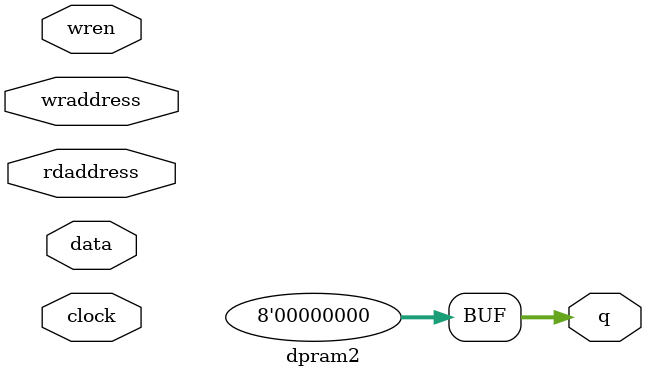
<source format=v>
module dpram2(	// file.cleaned.mlir:2:3
  input        clock,	// file.cleaned.mlir:2:24
  input  [7:0] data,	// file.cleaned.mlir:2:40
  input  [9:0] rdaddress,	// file.cleaned.mlir:2:55
               wraddress,	// file.cleaned.mlir:2:76
  input        wren,	// file.cleaned.mlir:2:97
  output [7:0] q	// file.cleaned.mlir:2:113
);

  assign q = 8'h0;	// file.cleaned.mlir:3:14, :4:5
endmodule


</source>
